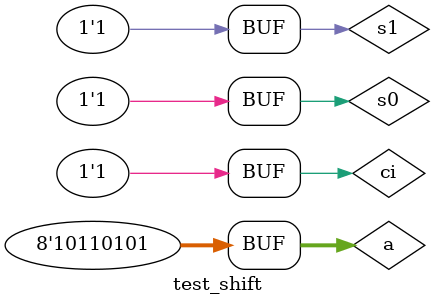
<source format=v>
module mux4to1(sel1, sel0, i0, i1, i2, i3 , f);
  input sel1, sel0, i0, i1, i2, i3;
  output f;
  wire w1, w2, w3, w4, nsel1, nsel0;
  
  not(nsel1, sel1);
  not(nsel0, sel0);
  and(w1, nsel1, nsel0, i0);
  and(w2, nsel1, sel0, i1);
  and(w3, sel1, nsel0, i2);
  and(w4, sel1, sel0, i3);
  or(f, w1, w2, w3, w4);
  
endmodule

module mux4to1_8bit(sel1, sel0, i0, i1, i2, i3 , f);
  input sel1, sel0;
  input [7:0]i3, i2, i1, i0;
  output [7:0]f;

  mux4to1 mux1(.sel1(sel1), .sel0(sel0), .i0(i0[0]), .i1(i1[0]), .i2(i2[0]), .i3(i3[0]), .f(f[0]));
  mux4to1 mux2(.sel1(sel1), .sel0(sel0), .i0(i0[1]), .i1(i1[1]), .i2(i2[1]), .i3(i3[1]), .f(f[1]));
  mux4to1 mux3(.sel1(sel1), .sel0(sel0), .i0(i0[2]), .i1(i1[2]), .i2(i2[2]), .i3(i3[2]), .f(f[2]));
  mux4to1 mux4(.sel1(sel1), .sel0(sel0), .i0(i0[3]), .i1(i1[3]), .i2(i2[3]), .i3(i3[3]), .f(f[3]));
  mux4to1 mux5(.sel1(sel1), .sel0(sel0), .i0(i0[4]), .i1(i1[4]), .i2(i2[4]), .i3(i3[4]), .f(f[4]));
  mux4to1 mux6(.sel1(sel1), .sel0(sel0), .i0(i0[5]), .i1(i1[5]), .i2(i2[5]), .i3(i3[5]), .f(f[5]));
  mux4to1 mux7(.sel1(sel1), .sel0(sel0), .i0(i0[6]), .i1(i1[6]), .i2(i2[6]), .i3(i3[6]), .f(f[6]));
  mux4to1 mux8(.sel1(sel1), .sel0(sel0), .i0(i0[7]), .i1(i1[7]), .i2(i2[7]), .i3(i3[7]), .f(f[7]));
endmodule

module shiftRightUnit(sel0,sel1, x, cin, f, cout);
	input [7:0] x;
	input cin,sel1,sel0;
	output cout;
	output [7:0] f;
	wire [7:0] w1,w2,w3,w4;

	buf(w1[7],0);
	buf(w1[6],x[7]);
	buf(w1[5],x[6]);
	buf(w1[4],x[5]);
	buf(w1[3],x[4]);
	buf(w1[2],x[3]);
	buf(w1[1],x[2]);
	buf(w1[0],x[1]);

	buf(w2[7],x[0]);
	buf(w2[6],x[7]);
	buf(w2[5],x[6]);
	buf(w2[4],x[5]);
	buf(w2[3],x[4]);
	buf(w2[2],x[3]);
	buf(w2[1],x[2]);
	buf(w2[0],x[1]);
	
	buf(w3[7],cin);
	buf(w3[6],x[7]);
	buf(w3[5],x[6]);
	buf(w3[4],x[5]);
	buf(w3[3],x[4]);
	buf(w3[2],x[3]);
	buf(w3[1],x[2]);
	buf(w3[0],x[1]);
	buf(cout,x[0]);

	buf(w4[7],x[7]);
	buf(w4[6],x[7]);
	buf(w4[5],x[6]);
	buf(w4[4],x[5]);
	buf(w4[3],x[4]);
	buf(w4[2],x[3]);
	buf(w4[1],x[2]);
	buf(w4[0],x[1]);

	mux4to1_8bit shif(.sel1(sel1), .sel0(sel0), .i3(w4), .i2(w3), .i1(w2), .i0(w1), .f(f));
endmodule


module test_shift ;
	reg [7:0] a;
	reg s1,s0,ci;
	wire cout_t;
  wire [7:0] f_t;
	shiftRightUnit shifter_8_bit (.x(a),.cin(ci),.cout(cout_t),.sel1(s1),.sel0(s0),.f(f_t));
	initial begin
		a = 8'b10110101;
		{s1,s0} = 2'b00;
		ci = 1'b1;
		$monitor("x = %b s1,s0 = %b,%b f = %b",a,s1,s0,f_t);
		#50
		{s1,s0} = 2'b01;
		$monitor("x = %b s1,s0 = %b,%b f = %b",a,s1,s0,f_t);
		#50
		{s1,s0} = 2'b10;
		$monitor("x = %b s1,s0 = %b,%b cin = %b cout = %b f = %b ",a,s1,s0,ci,cout_t,f_t);
		#50
		{s1,s0} = 2'b11;
		$monitor("x = %b s1,s0 = %b,%b f = %b",a,s1,s0,f_t);
	end
endmodule

</source>
